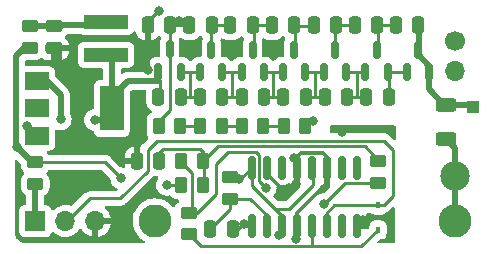
<source format=gtl>
G04 #@! TF.GenerationSoftware,KiCad,Pcbnew,(5.99.0-10559-g8513ca974c)*
G04 #@! TF.CreationDate,2021-05-16T19:19:16+12:00*
G04 #@! TF.ProjectId,SafePulse,53616665-5075-46c7-9365-2e6b69636164,V1.2.2*
G04 #@! TF.SameCoordinates,Original*
G04 #@! TF.FileFunction,Copper,L1,Top*
G04 #@! TF.FilePolarity,Positive*
%FSLAX46Y46*%
G04 Gerber Fmt 4.6, Leading zero omitted, Abs format (unit mm)*
G04 Created by KiCad (PCBNEW (5.99.0-10559-g8513ca974c)) date 2021-05-16 19:19:16*
%MOMM*%
%LPD*%
G01*
G04 APERTURE LIST*
G04 Aperture macros list*
%AMRoundRect*
0 Rectangle with rounded corners*
0 $1 Rounding radius*
0 $2 $3 $4 $5 $6 $7 $8 $9 X,Y pos of 4 corners*
0 Add a 4 corners polygon primitive as box body*
4,1,4,$2,$3,$4,$5,$6,$7,$8,$9,$2,$3,0*
0 Add four circle primitives for the rounded corners*
1,1,$1+$1,$2,$3*
1,1,$1+$1,$4,$5*
1,1,$1+$1,$6,$7*
1,1,$1+$1,$8,$9*
0 Add four rect primitives between the rounded corners*
20,1,$1+$1,$2,$3,$4,$5,0*
20,1,$1+$1,$4,$5,$6,$7,0*
20,1,$1+$1,$6,$7,$8,$9,0*
20,1,$1+$1,$8,$9,$2,$3,0*%
G04 Aperture macros list end*
G04 #@! TA.AperFunction,SMDPad,CuDef*
%ADD10RoundRect,0.250000X-0.250000X-0.475000X0.250000X-0.475000X0.250000X0.475000X-0.250000X0.475000X0*%
G04 #@! TD*
G04 #@! TA.AperFunction,SMDPad,CuDef*
%ADD11RoundRect,0.250000X0.450000X-0.262500X0.450000X0.262500X-0.450000X0.262500X-0.450000X-0.262500X0*%
G04 #@! TD*
G04 #@! TA.AperFunction,ComponentPad*
%ADD12C,1.700000*%
G04 #@! TD*
G04 #@! TA.AperFunction,ComponentPad*
%ADD13O,1.700000X1.700000*%
G04 #@! TD*
G04 #@! TA.AperFunction,ComponentPad*
%ADD14C,2.500000*%
G04 #@! TD*
G04 #@! TA.AperFunction,ComponentPad*
%ADD15C,2.800000*%
G04 #@! TD*
G04 #@! TA.AperFunction,SMDPad,CuDef*
%ADD16RoundRect,0.150000X0.150000X-0.587500X0.150000X0.587500X-0.150000X0.587500X-0.150000X-0.587500X0*%
G04 #@! TD*
G04 #@! TA.AperFunction,SMDPad,CuDef*
%ADD17RoundRect,0.250000X-0.450000X0.262500X-0.450000X-0.262500X0.450000X-0.262500X0.450000X0.262500X0*%
G04 #@! TD*
G04 #@! TA.AperFunction,SMDPad,CuDef*
%ADD18RoundRect,0.250000X0.262500X0.450000X-0.262500X0.450000X-0.262500X-0.450000X0.262500X-0.450000X0*%
G04 #@! TD*
G04 #@! TA.AperFunction,SMDPad,CuDef*
%ADD19RoundRect,0.250000X-0.475000X0.250000X-0.475000X-0.250000X0.475000X-0.250000X0.475000X0.250000X0*%
G04 #@! TD*
G04 #@! TA.AperFunction,ComponentPad*
%ADD20R,1.700000X1.700000*%
G04 #@! TD*
G04 #@! TA.AperFunction,SMDPad,CuDef*
%ADD21RoundRect,0.250000X-0.625000X0.312500X-0.625000X-0.312500X0.625000X-0.312500X0.625000X0.312500X0*%
G04 #@! TD*
G04 #@! TA.AperFunction,SMDPad,CuDef*
%ADD22R,3.700000X1.200000*%
G04 #@! TD*
G04 #@! TA.AperFunction,SMDPad,CuDef*
%ADD23RoundRect,0.250000X-0.262500X-0.450000X0.262500X-0.450000X0.262500X0.450000X-0.262500X0.450000X0*%
G04 #@! TD*
G04 #@! TA.AperFunction,SMDPad,CuDef*
%ADD24RoundRect,0.150000X0.150000X-0.825000X0.150000X0.825000X-0.150000X0.825000X-0.150000X-0.825000X0*%
G04 #@! TD*
G04 #@! TA.AperFunction,SMDPad,CuDef*
%ADD25R,2.000000X1.500000*%
G04 #@! TD*
G04 #@! TA.AperFunction,SMDPad,CuDef*
%ADD26R,2.000000X3.800000*%
G04 #@! TD*
G04 #@! TA.AperFunction,SMDPad,CuDef*
%ADD27R,0.450000X0.600000*%
G04 #@! TD*
G04 #@! TA.AperFunction,SMDPad,CuDef*
%ADD28R,1.000000X1.000000*%
G04 #@! TD*
G04 #@! TA.AperFunction,SMDPad,CuDef*
%ADD29RoundRect,0.250000X0.250000X0.475000X-0.250000X0.475000X-0.250000X-0.475000X0.250000X-0.475000X0*%
G04 #@! TD*
G04 #@! TA.AperFunction,ViaPad*
%ADD30C,0.800000*%
G04 #@! TD*
G04 #@! TA.AperFunction,Conductor*
%ADD31C,0.250000*%
G04 #@! TD*
G04 #@! TA.AperFunction,Conductor*
%ADD32C,0.330200*%
G04 #@! TD*
G04 #@! TA.AperFunction,Conductor*
%ADD33C,0.500000*%
G04 #@! TD*
G04 APERTURE END LIST*
D10*
X145968666Y-65050000D03*
X147868666Y-65050000D03*
D11*
X128500000Y-72413500D03*
X128500000Y-70588500D03*
D12*
X164060000Y-60325000D03*
D13*
X164060000Y-62865000D03*
D10*
X142448333Y-65050000D03*
X144348333Y-65050000D03*
D14*
X164060000Y-71755000D03*
D15*
X164060000Y-75565000D03*
D16*
X156450000Y-62937500D03*
X158350000Y-62937500D03*
X157400000Y-61062500D03*
X142450000Y-62937500D03*
X144350000Y-62937500D03*
X143400000Y-61062500D03*
D10*
X148530000Y-59000000D03*
X150430000Y-59000000D03*
X149488999Y-65050000D03*
X151388999Y-65050000D03*
D17*
X157520000Y-70520000D03*
X157520000Y-72345000D03*
D10*
X145020000Y-59010000D03*
X146920000Y-59010000D03*
D16*
X138928000Y-62913500D03*
X140828000Y-62913500D03*
X139878000Y-61038500D03*
D18*
X147824498Y-67520000D03*
X145999498Y-67520000D03*
D11*
X128020000Y-60912500D03*
X128020000Y-59087500D03*
D18*
X151351499Y-67520000D03*
X149526499Y-67520000D03*
D17*
X145020000Y-71857500D03*
X145020000Y-73682500D03*
D10*
X153009332Y-65050000D03*
X154909332Y-65050000D03*
D16*
X149450000Y-62937500D03*
X151350000Y-62937500D03*
X150400000Y-61062500D03*
D15*
X138660000Y-75565000D03*
D16*
X152950000Y-62937500D03*
X154850000Y-62937500D03*
X153900000Y-61062500D03*
D10*
X138030000Y-58990000D03*
X139930000Y-58990000D03*
D19*
X130100000Y-59050000D03*
X130100000Y-60950000D03*
D20*
X128500000Y-75565000D03*
D13*
X131040000Y-75565000D03*
X133580000Y-75565000D03*
D21*
X163298000Y-65720500D03*
X163298000Y-68645500D03*
D10*
X156529665Y-65050000D03*
X158429665Y-65050000D03*
D18*
X142682500Y-72520000D03*
X140857500Y-72520000D03*
D10*
X138928000Y-65050000D03*
X140828000Y-65050000D03*
X152060000Y-59010000D03*
X153960000Y-59010000D03*
D22*
X134500000Y-58700000D03*
X134500000Y-61500000D03*
D11*
X141520000Y-76682500D03*
X141520000Y-74857500D03*
D23*
X138945500Y-67520000D03*
X140770500Y-67520000D03*
D10*
X159020000Y-59000000D03*
X160920000Y-59000000D03*
D18*
X144297499Y-67520000D03*
X142472499Y-67520000D03*
X142682500Y-70520000D03*
X140857500Y-70520000D03*
D10*
X155540000Y-59000000D03*
X157440000Y-59000000D03*
D24*
X146825000Y-75995000D03*
X148095000Y-75995000D03*
X149365000Y-75995000D03*
X150635000Y-75995000D03*
X151905000Y-75995000D03*
X153175000Y-75995000D03*
X154445000Y-75995000D03*
X155715000Y-75995000D03*
X155715000Y-71045000D03*
X154445000Y-71045000D03*
X153175000Y-71045000D03*
X151905000Y-71045000D03*
X150635000Y-71045000D03*
X149365000Y-71045000D03*
X148095000Y-71045000D03*
X146825000Y-71045000D03*
D25*
X128676000Y-63740000D03*
X128676000Y-68340000D03*
D26*
X134976000Y-66040000D03*
D25*
X128676000Y-66040000D03*
D16*
X159950000Y-62937500D03*
X161850000Y-62937500D03*
X160900000Y-61062500D03*
D27*
X157520000Y-76320000D03*
X157520000Y-74220000D03*
D28*
X165584000Y-65913000D03*
D29*
X139020000Y-70520000D03*
X137120000Y-70520000D03*
D10*
X141530000Y-58990000D03*
X143430000Y-58990000D03*
D16*
X145968666Y-62937500D03*
X147868666Y-62937500D03*
X146918666Y-61062500D03*
D10*
X143320000Y-76270000D03*
X145220000Y-76270000D03*
D30*
X149170000Y-76743500D03*
X145770000Y-72020000D03*
X145200000Y-61113817D03*
X154500000Y-68000000D03*
X146153000Y-75819000D03*
X150400000Y-70231000D03*
X150600000Y-77072500D03*
X132770000Y-72770000D03*
X141700000Y-61065000D03*
X148861441Y-61049870D03*
X138020000Y-62770000D03*
X156270000Y-75520000D03*
X150600000Y-72465000D03*
X135770000Y-70520000D03*
X130270000Y-62270000D03*
X139020000Y-57770000D03*
X133520000Y-67020000D03*
X139634500Y-72517000D03*
X135764700Y-71941100D03*
X126920900Y-69342400D03*
X148020000Y-72770000D03*
X130664198Y-66968888D03*
X152919800Y-74131600D03*
X127770000Y-67520000D03*
X140700000Y-58665000D03*
X152000000Y-67065000D03*
D31*
X143320000Y-76270000D02*
X145020000Y-74570000D01*
X148095000Y-75095000D02*
X146682500Y-73682500D01*
X148095000Y-76695000D02*
X148095000Y-75995000D01*
X145020000Y-74570000D02*
X145020000Y-73682500D01*
X148095000Y-75995000D02*
X148095000Y-75095000D01*
X146682500Y-73682500D02*
X145020000Y-73682500D01*
D32*
X150600000Y-72465000D02*
X150045000Y-73020000D01*
X153175000Y-71045000D02*
X153175000Y-72365000D01*
X150635000Y-74905000D02*
X150635000Y-75995000D01*
D33*
X130500000Y-62040000D02*
X130270000Y-62270000D01*
X130500000Y-60950000D02*
X130500000Y-62040000D01*
D32*
X155795000Y-75995000D02*
X155715000Y-75995000D01*
X146825000Y-76467000D02*
X146825000Y-75995000D01*
X146495000Y-75995000D02*
X146825000Y-75995000D01*
X148095000Y-71595000D02*
X148095000Y-71045000D01*
X156270000Y-75520000D02*
X155795000Y-75995000D01*
X135770000Y-70520000D02*
X137120000Y-70520000D01*
X138020000Y-59030000D02*
X138050000Y-59000000D01*
X151000000Y-69770000D02*
X152830000Y-69770000D01*
X149520000Y-73020000D02*
X148095000Y-71595000D01*
X145770000Y-76270000D02*
X146270000Y-75770000D01*
X146270000Y-75770000D02*
X146495000Y-75995000D01*
X150520000Y-75880000D02*
X150635000Y-75995000D01*
X138050000Y-59000000D02*
X138050000Y-58650000D01*
X152830000Y-69770000D02*
X153175000Y-70115000D01*
X138050000Y-58740000D02*
X139020000Y-57770000D01*
X138020000Y-62770000D02*
X138020000Y-59030000D01*
X138050000Y-59000000D02*
X138050000Y-58740000D01*
X150635000Y-70135000D02*
X151000000Y-69770000D01*
X145220000Y-76270000D02*
X145770000Y-76270000D01*
X153175000Y-70115000D02*
X153175000Y-71045000D01*
X150045000Y-73020000D02*
X149520000Y-73020000D01*
X153175000Y-72365000D02*
X150635000Y-74905000D01*
X150635000Y-71045000D02*
X150635000Y-70135000D01*
D33*
X133800000Y-59000000D02*
X133900000Y-58900000D01*
X130500000Y-59250000D02*
X130750000Y-59000000D01*
D31*
X130462000Y-59087500D02*
X130500000Y-59050000D01*
D33*
X130500000Y-59050000D02*
X130500000Y-59250000D01*
X130750000Y-59000000D02*
X133800000Y-59000000D01*
X128000000Y-59087500D02*
X130462000Y-59087500D01*
D31*
X134050000Y-59050000D02*
X134500000Y-58600000D01*
D33*
X134976000Y-64064000D02*
X134976000Y-61876000D01*
D31*
X134568000Y-61468000D02*
X134500000Y-61400000D01*
X139050000Y-64030000D02*
X139050000Y-65000000D01*
X139088000Y-63656000D02*
X139088000Y-63992000D01*
D33*
X134976000Y-66040000D02*
X134976000Y-64064000D01*
D31*
X134500000Y-61400000D02*
X134609000Y-61400000D01*
X138873000Y-63726000D02*
X138943000Y-63656000D01*
D33*
X136314000Y-63726000D02*
X134976000Y-65064000D01*
D31*
X133400000Y-61400000D02*
X134500000Y-61400000D01*
X134976000Y-64064000D02*
X134976000Y-66040000D01*
D33*
X138873000Y-63726000D02*
X136314000Y-63726000D01*
D31*
X139088000Y-63992000D02*
X139050000Y-64030000D01*
D33*
X133520000Y-67020000D02*
X133996000Y-67020000D01*
D31*
X139004000Y-63595400D02*
X139004000Y-62913500D01*
X138943000Y-63656000D02*
X139088000Y-63656000D01*
X139088000Y-63992000D02*
X139088000Y-64328000D01*
X138943000Y-63656000D02*
X139004000Y-63595400D01*
X134568000Y-61468000D02*
X134500000Y-61400000D01*
X134976000Y-61876000D02*
X134568000Y-61468000D01*
D33*
X134976000Y-65064000D02*
X134976000Y-66040000D01*
D31*
X141629500Y-65027500D02*
X141607000Y-65050000D01*
X142448333Y-65050000D02*
X141607000Y-65050000D01*
X141629500Y-62913500D02*
X142424333Y-62913500D01*
X141607000Y-65050000D02*
X140828000Y-65050000D01*
X142628000Y-62859000D02*
X142550000Y-62937500D01*
X141629500Y-62913500D02*
X141629500Y-65027500D01*
X140828000Y-62913500D02*
X141629500Y-62913500D01*
X142526000Y-62913500D02*
X142550000Y-62937500D01*
X142424333Y-62913500D02*
X142448333Y-62937500D01*
D33*
X126900000Y-61556000D02*
X127523500Y-60932500D01*
D31*
X134412100Y-70588500D02*
X128500000Y-70588500D01*
D33*
X127523500Y-60932500D02*
X128020000Y-60932500D01*
D31*
X128000000Y-60912500D02*
X127391000Y-60912500D01*
X139634500Y-72517000D02*
X139637500Y-72520000D01*
X139637500Y-72520000D02*
X140945500Y-72520000D01*
D33*
X126756000Y-69342400D02*
X126900000Y-69198400D01*
D31*
X128499000Y-70587500D02*
X128500000Y-70588500D01*
D33*
X128412000Y-70500000D02*
X128100000Y-70500000D01*
D31*
X128151000Y-70587500D02*
X128499000Y-70587500D01*
X128500000Y-70587500D02*
X128412000Y-70500000D01*
X126920900Y-69342400D02*
X126756000Y-69342400D01*
X135764700Y-71941100D02*
X134412100Y-70588500D01*
D33*
X128100000Y-70500000D02*
X126942400Y-69342400D01*
X126942400Y-69342400D02*
X126920900Y-69342400D01*
D31*
X128499000Y-70587500D02*
X128500000Y-70587500D01*
X127391000Y-60912500D02*
X128000000Y-60912500D01*
D33*
X126900000Y-69198400D02*
X126900000Y-61556000D01*
D31*
X141770000Y-71520000D02*
X141770000Y-74607500D01*
X143770000Y-70730000D02*
X144800000Y-69700000D01*
X142182500Y-74857500D02*
X143770000Y-73270000D01*
X141770000Y-74607500D02*
X141520000Y-74857500D01*
X147450000Y-72200000D02*
X148020000Y-72770000D01*
X143770000Y-73270000D02*
X143770000Y-70730000D01*
X147200000Y-69700000D02*
X147450000Y-69950000D01*
X140857500Y-70520000D02*
X140857500Y-70607500D01*
X144800000Y-69700000D02*
X147200000Y-69700000D01*
X147450000Y-69950000D02*
X147450000Y-72200000D01*
X140857500Y-70607500D02*
X141770000Y-71520000D01*
X128777000Y-63740000D02*
X128676000Y-63740000D01*
X129490000Y-63740000D02*
X128777000Y-63740000D01*
D33*
X130664198Y-64914198D02*
X130664198Y-66968888D01*
D31*
X128777000Y-63740000D02*
X128676000Y-63740000D01*
D33*
X129490000Y-63740000D02*
X130664198Y-64914198D01*
D31*
X151905000Y-77155000D02*
X151905000Y-75995000D01*
X151974000Y-77724000D02*
X142561500Y-77724000D01*
X156116000Y-77724000D02*
X155974000Y-77724000D01*
X142561500Y-77724000D02*
X141520000Y-76682500D01*
X151905000Y-77655000D02*
X151974000Y-77724000D01*
X155974000Y-77724000D02*
X151974000Y-77724000D01*
X151905000Y-75995000D02*
X151905000Y-77655000D01*
X157520000Y-76320000D02*
X156116000Y-77724000D01*
D33*
X164060000Y-69407500D02*
X164060000Y-71755000D01*
X163298000Y-68645500D02*
X164060000Y-69407500D01*
X164060000Y-71755000D02*
X164060000Y-75565000D01*
D31*
X144520000Y-67520000D02*
X144520500Y-67520000D01*
X144520500Y-67520000D02*
X146357500Y-67520000D01*
X146357500Y-67520000D02*
X146358000Y-67520000D01*
X142770000Y-70432500D02*
X142682500Y-70520000D01*
X142682000Y-70520000D02*
X142682300Y-70520200D01*
X139020000Y-70520000D02*
X139020000Y-69770000D01*
X157520000Y-70520000D02*
X157520000Y-70370000D01*
X142770000Y-69770000D02*
X142770000Y-70432500D01*
X142450000Y-69450000D02*
X142770000Y-69770000D01*
X142770000Y-70607500D02*
X142770000Y-71476000D01*
X157520000Y-70370000D02*
X156400000Y-69250000D01*
X143952000Y-69250000D02*
X142682000Y-70520000D01*
X139020000Y-69770000D02*
X139340000Y-69450000D01*
X142770000Y-71563700D02*
X142770000Y-72520000D01*
X139340000Y-69450000D02*
X142450000Y-69450000D01*
X142682300Y-70520200D02*
X142770000Y-70607500D01*
X142682500Y-70520000D02*
X142682300Y-70520200D01*
X156400000Y-69250000D02*
X143952000Y-69250000D01*
X158020000Y-68770000D02*
X138780300Y-68770000D01*
X157997300Y-74220000D02*
X158770000Y-73447300D01*
X153820000Y-74220000D02*
X153175000Y-74865000D01*
X138020000Y-69530300D02*
X138020000Y-71308350D01*
X131225000Y-75565000D02*
X131040000Y-75565000D01*
X135674550Y-73653800D02*
X133136200Y-73653800D01*
X133136200Y-73653800D02*
X131225000Y-75565000D01*
X138020000Y-71308350D02*
X135674550Y-73653800D01*
X138780300Y-68770000D02*
X138020000Y-69530300D01*
X157520000Y-74220000D02*
X157997300Y-74220000D01*
X157520000Y-74220000D02*
X153820000Y-74220000D01*
X158770000Y-73447300D02*
X158770000Y-69520000D01*
X153175000Y-74865000D02*
X153175000Y-75995000D01*
X158770000Y-69520000D02*
X158020000Y-68770000D01*
D33*
X128500000Y-72412500D02*
X128500000Y-72413500D01*
X128500000Y-72413500D02*
X128500000Y-75250000D01*
D31*
X128500000Y-75250000D02*
X128500000Y-75565000D01*
X142695000Y-67520000D02*
X142695500Y-67520000D01*
X140770000Y-67520000D02*
X140770500Y-67520000D01*
X140770500Y-67520000D02*
X142695000Y-67520000D01*
X147645000Y-73395000D02*
X149365000Y-75115000D01*
X145020000Y-71857500D02*
X146012500Y-71857500D01*
X152020000Y-72520000D02*
X152020000Y-71160000D01*
X149270000Y-75900000D02*
X149365000Y-75995000D01*
X147645000Y-73395000D02*
X148770000Y-74520000D01*
X145020000Y-71857500D02*
X145607500Y-71857500D01*
X150020000Y-74520000D02*
X152020000Y-72520000D01*
X146012500Y-71857500D02*
X146825000Y-71045000D01*
X146825000Y-71045000D02*
X146825000Y-72575000D01*
X152020000Y-71160000D02*
X151905000Y-71045000D01*
X145607500Y-71857500D02*
X145770000Y-72020000D01*
X146825000Y-72575000D02*
X147645000Y-73395000D01*
X149365000Y-75115000D02*
X149365000Y-75995000D01*
X149170000Y-76190000D02*
X149365000Y-75995000D01*
X149365000Y-76175000D02*
X149365000Y-75995000D01*
X149170000Y-76743500D02*
X149170000Y-76190000D01*
X148770000Y-74520000D02*
X150020000Y-74520000D01*
X154706400Y-72345000D02*
X157520000Y-72345000D01*
X152919800Y-74131600D02*
X154706400Y-72345000D01*
X148182000Y-67520000D02*
X148182500Y-67520000D01*
X147824498Y-67520000D02*
X149526499Y-67520000D01*
X129046000Y-68340000D02*
X129090000Y-68340000D01*
X129046000Y-68340000D02*
X129090000Y-68340000D01*
D33*
X128856000Y-68520000D02*
X128676000Y-68340000D01*
D31*
X129090000Y-68340000D02*
X129427000Y-68340000D01*
X128676000Y-68340000D02*
X129046000Y-68340000D01*
X128676000Y-68340000D02*
X129046000Y-68340000D01*
X128676000Y-68340000D02*
X129046000Y-68340000D01*
X141569000Y-59000000D02*
X141588000Y-59000000D01*
X141540000Y-59000000D02*
X141550000Y-59000000D01*
X141550000Y-59000000D02*
X141569000Y-59000000D01*
X138945500Y-67520000D02*
X138945500Y-67119500D01*
X139878000Y-61038500D02*
X139878000Y-59042000D01*
X140020000Y-61104500D02*
X139954000Y-61038500D01*
X138945000Y-67307500D02*
X138945000Y-67095000D01*
X138945000Y-67307500D02*
X138945500Y-67308000D01*
X138945000Y-67520000D02*
X138945000Y-67307500D01*
X139912000Y-59000000D02*
X139950000Y-59000000D01*
X138945500Y-67308000D02*
X138945500Y-67520000D01*
X139878000Y-59042000D02*
X139930000Y-58990000D01*
X139950000Y-59000000D02*
X141550000Y-59000000D01*
X139954000Y-60579600D02*
X139912000Y-60537600D01*
X141588000Y-59000000D02*
X141863000Y-59000000D01*
X139878000Y-66187000D02*
X139878000Y-61038500D01*
X141750000Y-59200000D02*
X141550000Y-59000000D01*
X138945500Y-67119500D02*
X139878000Y-66187000D01*
X139954000Y-61038500D02*
X139954000Y-60579600D01*
X143450000Y-59000000D02*
X145050000Y-59000000D01*
X143412000Y-60975000D02*
X143412000Y-59000000D01*
X145050000Y-59000000D02*
X145088000Y-59000000D01*
X143500000Y-61062500D02*
X143412000Y-60975000D01*
X143412000Y-59000000D02*
X143450000Y-59000000D01*
X145191500Y-62937500D02*
X144348333Y-62937500D01*
X144348333Y-65050000D02*
X145163000Y-65050000D01*
X146050000Y-65000000D02*
X146088000Y-65000000D01*
X145968666Y-62937500D02*
X145191500Y-62937500D01*
X144500000Y-65000000D02*
X144538000Y-65000000D01*
X145191500Y-62937500D02*
X145191500Y-65021500D01*
X145191500Y-65021500D02*
X145163000Y-65050000D01*
X145163000Y-65050000D02*
X145968666Y-65050000D01*
X147000000Y-61062500D02*
X147000000Y-59087500D01*
X147088000Y-59000000D02*
X147000000Y-59087500D01*
X147000000Y-59087500D02*
X146931100Y-59019100D01*
X146931100Y-59019100D02*
X146912000Y-59000200D01*
X148588000Y-59000000D02*
X148550000Y-59000000D01*
X146950000Y-59000000D02*
X146931100Y-59018900D01*
X148550000Y-59000000D02*
X147088000Y-59000000D01*
X146931100Y-59018900D02*
X146931100Y-59019100D01*
X148638500Y-62937500D02*
X148638500Y-64969500D01*
X147868666Y-65050000D02*
X148719000Y-65050000D01*
X148719000Y-65050000D02*
X149488999Y-65050000D01*
X147868666Y-62937500D02*
X148638500Y-62937500D01*
X148638500Y-64969500D02*
X148719000Y-65050000D01*
X148638500Y-62937500D02*
X149488999Y-62937500D01*
X150450000Y-59000000D02*
X150500000Y-59050000D01*
X152000000Y-59087500D02*
X152068900Y-59019100D01*
X152068900Y-59019100D02*
X152088000Y-59000200D01*
X152050000Y-59000000D02*
X152068900Y-59018900D01*
X150500000Y-61062500D02*
X150500000Y-59087500D01*
X150500000Y-59087500D02*
X152000000Y-59087500D01*
X152068900Y-59018900D02*
X152068900Y-59019100D01*
X150500000Y-59050000D02*
X150500000Y-59087500D01*
X152176500Y-62937500D02*
X152176500Y-65021500D01*
X151388999Y-65050000D02*
X152148000Y-65050000D01*
X151388999Y-62937500D02*
X152176500Y-62937500D01*
X152176500Y-62937500D02*
X153009332Y-62937500D01*
X152148000Y-65050000D02*
X153009332Y-65050000D01*
X152176500Y-65021500D02*
X152148000Y-65050000D01*
X155638000Y-59000000D02*
X155676000Y-59000000D01*
X154000000Y-61062500D02*
X153912000Y-60975000D01*
X153912000Y-60975000D02*
X153912000Y-59000000D01*
X153912000Y-59000000D02*
X153950000Y-59000000D01*
X153950000Y-59000000D02*
X155638000Y-59000000D01*
X154909332Y-65050000D02*
X155779000Y-65050000D01*
X155750500Y-65021500D02*
X155779000Y-65050000D01*
X155750500Y-62937500D02*
X155750500Y-65021500D01*
X154909332Y-62937500D02*
X155750500Y-62937500D01*
X155779000Y-65050000D02*
X156529665Y-65050000D01*
X155750500Y-62937500D02*
X156529665Y-62937500D01*
X157538000Y-59000000D02*
X157500000Y-59000000D01*
X157500000Y-59000000D02*
X157500000Y-61062500D01*
X159088000Y-59000000D02*
X159050000Y-59000000D01*
X159050000Y-59000000D02*
X157538000Y-59000000D01*
X160050000Y-62937500D02*
X158450000Y-62937500D01*
X158538000Y-65000000D02*
X158500000Y-65000000D01*
X158450000Y-64949500D02*
X158450000Y-62937500D01*
X158500000Y-65000000D02*
X158450000Y-64949500D01*
D33*
X161850000Y-62415000D02*
X161850000Y-62937500D01*
D31*
X165391500Y-65720500D02*
X165584000Y-65913000D01*
D33*
X163298000Y-65720500D02*
X165391500Y-65720500D01*
X160900000Y-61062500D02*
X160950000Y-61012500D01*
X160900000Y-61062500D02*
X160900000Y-61465000D01*
D31*
X161000000Y-59087500D02*
X160912000Y-59000200D01*
D33*
X160900000Y-61465000D02*
X161850000Y-62415000D01*
X163298000Y-65913000D02*
X161800000Y-64415000D01*
X160950000Y-61012500D02*
X160950000Y-59000000D01*
D31*
X162000000Y-62887500D02*
X161950000Y-62937500D01*
X160950000Y-61012500D02*
X161000000Y-61062500D01*
D33*
X161800000Y-64415000D02*
X161800000Y-63087500D01*
D31*
X152000000Y-67115000D02*
X151932500Y-67182500D01*
X152000000Y-67065000D02*
X152000000Y-67115000D01*
G04 #@! TA.AperFunction,Conductor*
G36*
X126954512Y-70427647D02*
G01*
X126961095Y-70433776D01*
X127254595Y-70727276D01*
X127288621Y-70789588D01*
X127291500Y-70816371D01*
X127291500Y-70893886D01*
X127306978Y-71026643D01*
X127309474Y-71033521D01*
X127309475Y-71033523D01*
X127316827Y-71053778D01*
X127367313Y-71192864D01*
X127464269Y-71340747D01*
X127469581Y-71345779D01*
X127535480Y-71408206D01*
X127571178Y-71469576D01*
X127568030Y-71540502D01*
X127540300Y-71586332D01*
X127438642Y-71693645D01*
X127349825Y-71846555D01*
X127298567Y-72015796D01*
X127297992Y-72022236D01*
X127297992Y-72022237D01*
X127296853Y-72035006D01*
X127291500Y-72094978D01*
X127291500Y-72718886D01*
X127306978Y-72851643D01*
X127309474Y-72858521D01*
X127309475Y-72858523D01*
X127346924Y-72961694D01*
X127367313Y-73017864D01*
X127412522Y-73086819D01*
X127453719Y-73149655D01*
X127464269Y-73165747D01*
X127592645Y-73287358D01*
X127627623Y-73307675D01*
X127678786Y-73337393D01*
X127727644Y-73388904D01*
X127741500Y-73446347D01*
X127741500Y-74077646D01*
X127721498Y-74145767D01*
X127667842Y-74192260D01*
X127624489Y-74203325D01*
X127576921Y-74206727D01*
X127524780Y-74222037D01*
X127445330Y-74245365D01*
X127445328Y-74245366D01*
X127436684Y-74247904D01*
X127416350Y-74260972D01*
X127321309Y-74322051D01*
X127321306Y-74322053D01*
X127313729Y-74326923D01*
X127307828Y-74333733D01*
X127223918Y-74430569D01*
X127223916Y-74430572D01*
X127218016Y-74437381D01*
X127214272Y-74445579D01*
X127175599Y-74530262D01*
X127157300Y-74570330D01*
X127156018Y-74579245D01*
X127156018Y-74579246D01*
X127137139Y-74710552D01*
X127137138Y-74710559D01*
X127136500Y-74715000D01*
X127136500Y-76415000D01*
X127141727Y-76488079D01*
X127145191Y-76499875D01*
X127175521Y-76603170D01*
X127182904Y-76628316D01*
X127187775Y-76635895D01*
X127257051Y-76743691D01*
X127257053Y-76743694D01*
X127261923Y-76751271D01*
X127268733Y-76757172D01*
X127365569Y-76841082D01*
X127365572Y-76841084D01*
X127372381Y-76846984D01*
X127380579Y-76850728D01*
X127492998Y-76902068D01*
X127505330Y-76907700D01*
X127514245Y-76908982D01*
X127514246Y-76908982D01*
X127645552Y-76927861D01*
X127645559Y-76927862D01*
X127650000Y-76928500D01*
X129350000Y-76928500D01*
X129423079Y-76923273D01*
X129515636Y-76896096D01*
X129554670Y-76884635D01*
X129554672Y-76884634D01*
X129563316Y-76882096D01*
X129630446Y-76838954D01*
X129678691Y-76807949D01*
X129678694Y-76807947D01*
X129686271Y-76803077D01*
X129712451Y-76772864D01*
X129776082Y-76699431D01*
X129776084Y-76699428D01*
X129781984Y-76692619D01*
X129842700Y-76559670D01*
X129843320Y-76555360D01*
X129880432Y-76497610D01*
X129945012Y-76468117D01*
X130015286Y-76478220D01*
X130047335Y-76499270D01*
X130215629Y-76651069D01*
X130410406Y-76774439D01*
X130623184Y-76863228D01*
X130628387Y-76864425D01*
X130628392Y-76864426D01*
X130842678Y-76913701D01*
X130842683Y-76913702D01*
X130847881Y-76914897D01*
X130853209Y-76915200D01*
X130853212Y-76915200D01*
X131003877Y-76923755D01*
X131078071Y-76927968D01*
X131083378Y-76927368D01*
X131083380Y-76927368D01*
X131204272Y-76913701D01*
X131307173Y-76902068D01*
X131312288Y-76900587D01*
X131312292Y-76900586D01*
X131437161Y-76864426D01*
X131528635Y-76837937D01*
X131736125Y-76737409D01*
X131740463Y-76734309D01*
X131740468Y-76734306D01*
X131894197Y-76624448D01*
X131923711Y-76603357D01*
X132086030Y-76439617D01*
X132195486Y-76283587D01*
X132207953Y-76265816D01*
X132263449Y-76221536D01*
X132334075Y-76214289D01*
X132397407Y-76246375D01*
X132421781Y-76277958D01*
X132439550Y-76310617D01*
X132445402Y-76319491D01*
X132581486Y-76492113D01*
X132588750Y-76499875D01*
X132751967Y-76647094D01*
X132760444Y-76653528D01*
X132946122Y-76771136D01*
X132955567Y-76776053D01*
X133158406Y-76860694D01*
X133168545Y-76863950D01*
X133308345Y-76896096D01*
X133322422Y-76895257D01*
X133326000Y-76885999D01*
X133326000Y-75832548D01*
X133834000Y-75832548D01*
X133834000Y-76884941D01*
X133838151Y-76899079D01*
X133848798Y-76900774D01*
X133852192Y-76900096D01*
X134063333Y-76838954D01*
X134073259Y-76835143D01*
X134271065Y-76739307D01*
X134280212Y-76733876D01*
X134459041Y-76606083D01*
X134467149Y-76599182D01*
X134621893Y-76443082D01*
X134628706Y-76434933D01*
X134754940Y-76254988D01*
X134760295Y-76245787D01*
X134854399Y-76047156D01*
X134858123Y-76037197D01*
X134915968Y-75830718D01*
X134914430Y-75822351D01*
X134902137Y-75819000D01*
X133852115Y-75819000D01*
X133836876Y-75823475D01*
X133835671Y-75824865D01*
X133834000Y-75832548D01*
X133326000Y-75832548D01*
X133326000Y-75437000D01*
X133346002Y-75368879D01*
X133399658Y-75322386D01*
X133452000Y-75311000D01*
X134899079Y-75311000D01*
X134912610Y-75307027D01*
X134913876Y-75298218D01*
X134866954Y-75117433D01*
X134863419Y-75107395D01*
X134773147Y-74906998D01*
X134767967Y-74897692D01*
X134645218Y-74715366D01*
X134638557Y-74707080D01*
X134486830Y-74548030D01*
X134478873Y-74540990D01*
X134443120Y-74514389D01*
X134400407Y-74457679D01*
X134395134Y-74386878D01*
X134428977Y-74324466D01*
X134491189Y-74290259D01*
X134518333Y-74287300D01*
X135596166Y-74287300D01*
X135607070Y-74287814D01*
X135614461Y-74289466D01*
X135622387Y-74289217D01*
X135622388Y-74289217D01*
X135681416Y-74287362D01*
X135685373Y-74287300D01*
X135714128Y-74287300D01*
X135718395Y-74286761D01*
X135730237Y-74285828D01*
X135761885Y-74284833D01*
X135766510Y-74284688D01*
X135774433Y-74284439D01*
X135793884Y-74278788D01*
X135813245Y-74274778D01*
X135815970Y-74274434D01*
X135825480Y-74273233D01*
X135825483Y-74273232D01*
X135833338Y-74272240D01*
X135840703Y-74269324D01*
X135840707Y-74269323D01*
X135874451Y-74255963D01*
X135885680Y-74252118D01*
X135928128Y-74239786D01*
X135940269Y-74232606D01*
X135945561Y-74229477D01*
X135963312Y-74220781D01*
X135974776Y-74216242D01*
X135974779Y-74216240D01*
X135982150Y-74213322D01*
X136017918Y-74187335D01*
X136027841Y-74180816D01*
X136038709Y-74174389D01*
X136065891Y-74158314D01*
X136066309Y-74157945D01*
X136080392Y-74143862D01*
X136095417Y-74131028D01*
X136111633Y-74119246D01*
X136139580Y-74085464D01*
X136147569Y-74076685D01*
X138412513Y-71811741D01*
X138420601Y-71804381D01*
X138426995Y-71800323D01*
X138458878Y-71766371D01*
X138520091Y-71730406D01*
X138587251Y-71732034D01*
X138628603Y-71744558D01*
X138628609Y-71744559D01*
X138634796Y-71746433D01*
X138641232Y-71747007D01*
X138641235Y-71747008D01*
X138711185Y-71753251D01*
X138711191Y-71753251D01*
X138713978Y-71753500D01*
X138816457Y-71753500D01*
X138884578Y-71773502D01*
X138931071Y-71827158D01*
X138941175Y-71897432D01*
X138910094Y-71963808D01*
X138895463Y-71980058D01*
X138892162Y-71985776D01*
X138804676Y-72137306D01*
X138799976Y-72145446D01*
X138740962Y-72327073D01*
X138740272Y-72333636D01*
X138740272Y-72333637D01*
X138734915Y-72384606D01*
X138721000Y-72517000D01*
X138721690Y-72523565D01*
X138729562Y-72598458D01*
X138740962Y-72706927D01*
X138743002Y-72713205D01*
X138743002Y-72713206D01*
X138761456Y-72770000D01*
X138799976Y-72888554D01*
X138895463Y-73053942D01*
X138899881Y-73058849D01*
X138899882Y-73058850D01*
X139016488Y-73188354D01*
X139023249Y-73195863D01*
X139028591Y-73199744D01*
X139028593Y-73199746D01*
X139172085Y-73303998D01*
X139177750Y-73308114D01*
X139183778Y-73310798D01*
X139183780Y-73310799D01*
X139346182Y-73383105D01*
X139352213Y-73385790D01*
X139419376Y-73400066D01*
X139532556Y-73424124D01*
X139532561Y-73424124D01*
X139539013Y-73425496D01*
X139729987Y-73425496D01*
X139736440Y-73424124D01*
X139736453Y-73424123D01*
X139871090Y-73395504D01*
X139941880Y-73400905D01*
X139998513Y-73443722D01*
X140002659Y-73449665D01*
X140004783Y-73452904D01*
X140009269Y-73459747D01*
X140137645Y-73581358D01*
X140290555Y-73670175D01*
X140459796Y-73721433D01*
X140466236Y-73722008D01*
X140466237Y-73722008D01*
X140536185Y-73728251D01*
X140536191Y-73728251D01*
X140538978Y-73728500D01*
X140586511Y-73728500D01*
X140654632Y-73748502D01*
X140701125Y-73802158D01*
X140711229Y-73872432D01*
X140681735Y-73937012D01*
X140655596Y-73959872D01*
X140580253Y-74009269D01*
X140458642Y-74137645D01*
X140369825Y-74290555D01*
X140361269Y-74318803D01*
X140361172Y-74319125D01*
X140322283Y-74378523D01*
X140257454Y-74407467D01*
X140187269Y-74396767D01*
X140140419Y-74359044D01*
X140095899Y-74300709D01*
X140095898Y-74300708D01*
X140093127Y-74297077D01*
X140087166Y-74291249D01*
X139994105Y-74200277D01*
X139895083Y-74103476D01*
X139733315Y-73985729D01*
X139674862Y-73943182D01*
X139674857Y-73943179D01*
X139671167Y-73940493D01*
X139426068Y-73811540D01*
X139164921Y-73719319D01*
X138893197Y-73665763D01*
X138888640Y-73665536D01*
X138888639Y-73665536D01*
X138621157Y-73652220D01*
X138621151Y-73652220D01*
X138616588Y-73651993D01*
X138340888Y-73678297D01*
X138336454Y-73679382D01*
X138336448Y-73679383D01*
X138086291Y-73740596D01*
X138071873Y-73744124D01*
X138067647Y-73745836D01*
X138067643Y-73745837D01*
X137819412Y-73846381D01*
X137819407Y-73846384D01*
X137815179Y-73848096D01*
X137811244Y-73850400D01*
X137811238Y-73850403D01*
X137580120Y-73985729D01*
X137576182Y-73988035D01*
X137460071Y-74080891D01*
X137366608Y-74155635D01*
X137359889Y-74161008D01*
X137170832Y-74363393D01*
X137117838Y-74439783D01*
X137015573Y-74587196D01*
X137015570Y-74587201D01*
X137012970Y-74590949D01*
X137010938Y-74595034D01*
X137010936Y-74595037D01*
X136957201Y-74703049D01*
X136889611Y-74838911D01*
X136888190Y-74843245D01*
X136888189Y-74843248D01*
X136810735Y-75079522D01*
X136803339Y-75102082D01*
X136802559Y-75106573D01*
X136802559Y-75106574D01*
X136802140Y-75108989D01*
X136755961Y-75374952D01*
X136755838Y-75379510D01*
X136748824Y-75638733D01*
X136748470Y-75651802D01*
X136749005Y-75656320D01*
X136749005Y-75656326D01*
X136770066Y-75834269D01*
X136781022Y-75926834D01*
X136782206Y-75931236D01*
X136782207Y-75931243D01*
X136786423Y-75946921D01*
X136852936Y-76194286D01*
X136962705Y-76448556D01*
X137108029Y-76684317D01*
X137285865Y-76896629D01*
X137492487Y-77081046D01*
X137563975Y-77128273D01*
X137711707Y-77225870D01*
X137757520Y-77280108D01*
X137766736Y-77350504D01*
X137736431Y-77414707D01*
X137676225Y-77452334D01*
X137642255Y-77457000D01*
X127820607Y-77457000D01*
X127798974Y-77455129D01*
X127790254Y-77453609D01*
X127790250Y-77453609D01*
X127785461Y-77452774D01*
X127780594Y-77452686D01*
X127683865Y-77450937D01*
X127676257Y-77450570D01*
X127658660Y-77449185D01*
X127648836Y-77448022D01*
X127579230Y-77436998D01*
X127519019Y-77427461D01*
X127509321Y-77425532D01*
X127505646Y-77424649D01*
X127496148Y-77421969D01*
X127371155Y-77381356D01*
X127361886Y-77377937D01*
X127361757Y-77377884D01*
X127358426Y-77376504D01*
X127349436Y-77372360D01*
X127232321Y-77312686D01*
X127223681Y-77307847D01*
X127220493Y-77305893D01*
X127212277Y-77300403D01*
X127167166Y-77267628D01*
X127105936Y-77223142D01*
X127098181Y-77217028D01*
X127095309Y-77214575D01*
X127088055Y-77207869D01*
X126995127Y-77114940D01*
X126988412Y-77107676D01*
X126985971Y-77104818D01*
X126979846Y-77097048D01*
X126975581Y-77091177D01*
X126958791Y-77068068D01*
X126902599Y-76990726D01*
X126897105Y-76982504D01*
X126895150Y-76979314D01*
X126890313Y-76970678D01*
X126839505Y-76870962D01*
X126830640Y-76853564D01*
X126826494Y-76844569D01*
X126825060Y-76841106D01*
X126821641Y-76831837D01*
X126781030Y-76706852D01*
X126778350Y-76697353D01*
X126777466Y-76693669D01*
X126775539Y-76683985D01*
X126754977Y-76554156D01*
X126753814Y-76544332D01*
X126752431Y-76526758D01*
X126752064Y-76519152D01*
X126750366Y-76425299D01*
X126750285Y-76420816D01*
X126749345Y-76415000D01*
X126747616Y-76404312D01*
X126746000Y-76384197D01*
X126746000Y-70522871D01*
X126766002Y-70454750D01*
X126819658Y-70408257D01*
X126889932Y-70398153D01*
X126954512Y-70427647D01*
G37*
G04 #@! TD.AperFunction*
G04 #@! TA.AperFunction,Conductor*
G36*
X158860032Y-74357338D02*
G01*
X158916868Y-74399885D01*
X158941679Y-74466405D01*
X158942000Y-74475394D01*
X158942000Y-77331000D01*
X158921998Y-77399121D01*
X158868342Y-77445614D01*
X158816000Y-77457000D01*
X157583094Y-77457000D01*
X157514973Y-77436998D01*
X157468480Y-77383342D01*
X157458376Y-77313068D01*
X157487870Y-77248488D01*
X157493999Y-77241905D01*
X157565499Y-77170405D01*
X157627811Y-77136379D01*
X157654594Y-77133500D01*
X157745000Y-77133500D01*
X157818079Y-77128273D01*
X157897960Y-77104818D01*
X157949670Y-77089635D01*
X157949672Y-77089634D01*
X157958316Y-77087096D01*
X158016902Y-77049445D01*
X158073691Y-77012949D01*
X158073694Y-77012947D01*
X158081271Y-77008077D01*
X158104575Y-76981183D01*
X158171082Y-76904431D01*
X158171084Y-76904428D01*
X158176984Y-76897619D01*
X158197102Y-76853566D01*
X158233958Y-76772864D01*
X158233958Y-76772863D01*
X158237700Y-76764670D01*
X158238982Y-76755754D01*
X158257861Y-76624448D01*
X158257862Y-76624441D01*
X158258500Y-76620000D01*
X158258500Y-76020000D01*
X158253273Y-75946921D01*
X158220196Y-75834269D01*
X158214635Y-75815330D01*
X158214634Y-75815328D01*
X158212096Y-75806684D01*
X158163687Y-75731358D01*
X158137949Y-75691309D01*
X158137947Y-75691306D01*
X158133077Y-75683729D01*
X158126267Y-75677828D01*
X158029431Y-75593918D01*
X158029428Y-75593916D01*
X158022619Y-75588016D01*
X157889670Y-75527300D01*
X157880755Y-75526018D01*
X157880754Y-75526018D01*
X157749448Y-75507139D01*
X157749441Y-75507138D01*
X157745000Y-75506500D01*
X157295000Y-75506500D01*
X157221921Y-75511727D01*
X157168884Y-75527300D01*
X157090330Y-75550365D01*
X157090328Y-75550366D01*
X157081684Y-75552904D01*
X157043528Y-75577426D01*
X156966309Y-75627051D01*
X156966306Y-75627053D01*
X156958729Y-75631923D01*
X156952828Y-75638733D01*
X156868918Y-75735569D01*
X156868916Y-75735572D01*
X156863016Y-75742381D01*
X156802300Y-75875330D01*
X156801018Y-75884245D01*
X156801018Y-75884246D01*
X156782139Y-76015552D01*
X156782138Y-76015559D01*
X156781500Y-76020000D01*
X156781500Y-76110406D01*
X156761498Y-76178527D01*
X156744595Y-76199501D01*
X156694535Y-76249561D01*
X156632223Y-76283587D01*
X156561408Y-76278522D01*
X156522928Y-76255691D01*
X156517135Y-76250671D01*
X156509452Y-76249000D01*
X155587000Y-76249000D01*
X155518879Y-76228998D01*
X155472386Y-76175342D01*
X155461000Y-76123000D01*
X155461000Y-75867000D01*
X155481002Y-75798879D01*
X155534658Y-75752386D01*
X155587000Y-75741000D01*
X156504885Y-75741000D01*
X156520124Y-75736525D01*
X156521329Y-75735135D01*
X156523000Y-75727452D01*
X156523000Y-75134379D01*
X156522503Y-75126489D01*
X156508165Y-75012986D01*
X156507612Y-75010833D01*
X156507672Y-75009085D01*
X156507171Y-75005119D01*
X156507811Y-75005038D01*
X156510046Y-74939878D01*
X156550454Y-74881503D01*
X156616008Y-74854241D01*
X156629654Y-74853500D01*
X156856729Y-74853500D01*
X156924850Y-74873502D01*
X156939242Y-74884276D01*
X157010569Y-74946082D01*
X157010572Y-74946084D01*
X157017381Y-74951984D01*
X157025579Y-74955728D01*
X157133553Y-75005038D01*
X157150330Y-75012700D01*
X157159245Y-75013982D01*
X157159246Y-75013982D01*
X157290552Y-75032861D01*
X157290559Y-75032862D01*
X157295000Y-75033500D01*
X157745000Y-75033500D01*
X157818079Y-75028273D01*
X157915748Y-74999595D01*
X157949670Y-74989635D01*
X157949672Y-74989634D01*
X157958316Y-74987096D01*
X157996472Y-74962574D01*
X158073691Y-74912949D01*
X158073694Y-74912947D01*
X158081271Y-74908077D01*
X158111231Y-74873502D01*
X158113870Y-74870457D01*
X158162709Y-74835819D01*
X158197200Y-74822163D01*
X158208430Y-74818318D01*
X158250878Y-74805986D01*
X158257706Y-74801948D01*
X158268311Y-74795677D01*
X158286062Y-74786981D01*
X158297526Y-74782442D01*
X158297529Y-74782440D01*
X158304900Y-74779522D01*
X158340668Y-74753535D01*
X158350591Y-74747016D01*
X158388641Y-74724514D01*
X158389059Y-74724145D01*
X158403142Y-74710062D01*
X158418167Y-74697228D01*
X158434383Y-74685446D01*
X158462330Y-74651664D01*
X158470319Y-74642885D01*
X158726905Y-74386299D01*
X158789217Y-74352273D01*
X158860032Y-74357338D01*
G37*
G04 #@! TD.AperFunction*
G04 #@! TA.AperFunction,Conductor*
G36*
X134165627Y-71242002D02*
G01*
X134186601Y-71258905D01*
X134817582Y-71889886D01*
X134851608Y-71952198D01*
X134853797Y-71965810D01*
X134867373Y-72094978D01*
X134871162Y-72131027D01*
X134873202Y-72137305D01*
X134873202Y-72137306D01*
X134875847Y-72145446D01*
X134930176Y-72312654D01*
X134933479Y-72318376D01*
X134933480Y-72318377D01*
X134949536Y-72346186D01*
X135025663Y-72478042D01*
X135030081Y-72482949D01*
X135030082Y-72482950D01*
X135108130Y-72569631D01*
X135153449Y-72619963D01*
X135158791Y-72623844D01*
X135158793Y-72623846D01*
X135284564Y-72715223D01*
X135307950Y-72732214D01*
X135313976Y-72734897D01*
X135313983Y-72734901D01*
X135411901Y-72778496D01*
X135465997Y-72824476D01*
X135486647Y-72892403D01*
X135467295Y-72960711D01*
X135449748Y-72982698D01*
X135449051Y-72983395D01*
X135386739Y-73017421D01*
X135359956Y-73020300D01*
X133214584Y-73020300D01*
X133203680Y-73019786D01*
X133196289Y-73018134D01*
X133188363Y-73018383D01*
X133188362Y-73018383D01*
X133129334Y-73020238D01*
X133125377Y-73020300D01*
X133096622Y-73020300D01*
X133092355Y-73020839D01*
X133080513Y-73021772D01*
X133048865Y-73022767D01*
X133044240Y-73022912D01*
X133036317Y-73023161D01*
X133016867Y-73028812D01*
X132997505Y-73032822D01*
X132994780Y-73033166D01*
X132985270Y-73034367D01*
X132985267Y-73034368D01*
X132977412Y-73035360D01*
X132970047Y-73038276D01*
X132970043Y-73038277D01*
X132936299Y-73051637D01*
X132925072Y-73055481D01*
X132882622Y-73067814D01*
X132875794Y-73071852D01*
X132865189Y-73078123D01*
X132847438Y-73086819D01*
X132835974Y-73091358D01*
X132835971Y-73091360D01*
X132828600Y-73094278D01*
X132822184Y-73098939D01*
X132822185Y-73098939D01*
X132792833Y-73120265D01*
X132782910Y-73126783D01*
X132744859Y-73149286D01*
X132744441Y-73149655D01*
X132730358Y-73163738D01*
X132715333Y-73176572D01*
X132699117Y-73188354D01*
X132673882Y-73218858D01*
X132671171Y-73222135D01*
X132663181Y-73230915D01*
X131636873Y-74257223D01*
X131574561Y-74291249D01*
X131510417Y-74288461D01*
X131332792Y-74233307D01*
X131209544Y-74216972D01*
X131109515Y-74203714D01*
X131109510Y-74203714D01*
X131104230Y-74203014D01*
X131098900Y-74203214D01*
X131098899Y-74203214D01*
X131005320Y-74206727D01*
X130873831Y-74211663D01*
X130823136Y-74222300D01*
X130653411Y-74257912D01*
X130653408Y-74257913D01*
X130648184Y-74259009D01*
X130433740Y-74343697D01*
X130236631Y-74463306D01*
X130232601Y-74466803D01*
X130070015Y-74607887D01*
X130062492Y-74614415D01*
X130057339Y-74620700D01*
X130056364Y-74621365D01*
X130055390Y-74622366D01*
X130055186Y-74622168D01*
X129998681Y-74660695D01*
X129927710Y-74662628D01*
X129866961Y-74625885D01*
X129839008Y-74576309D01*
X129825487Y-74530262D01*
X129817096Y-74501684D01*
X129790176Y-74459796D01*
X129742949Y-74386309D01*
X129742947Y-74386306D01*
X129738077Y-74378729D01*
X129724703Y-74367140D01*
X129634431Y-74288918D01*
X129634428Y-74288916D01*
X129627619Y-74283016D01*
X129612302Y-74276021D01*
X129502864Y-74226042D01*
X129502863Y-74226042D01*
X129494670Y-74222300D01*
X129485755Y-74221018D01*
X129485754Y-74221018D01*
X129366568Y-74203882D01*
X129301988Y-74174389D01*
X129263604Y-74114662D01*
X129258500Y-74079164D01*
X129258500Y-73448618D01*
X129278502Y-73380497D01*
X129315414Y-73343247D01*
X129400659Y-73287358D01*
X129433628Y-73265743D01*
X129433629Y-73265742D01*
X129439747Y-73261731D01*
X129561358Y-73133355D01*
X129650175Y-72980445D01*
X129701433Y-72811204D01*
X129702036Y-72804449D01*
X129708251Y-72734815D01*
X129708251Y-72734809D01*
X129708500Y-72732022D01*
X129708500Y-72108114D01*
X129693022Y-71975357D01*
X129680588Y-71941100D01*
X129635184Y-71816015D01*
X129632687Y-71809136D01*
X129535731Y-71661253D01*
X129480048Y-71608504D01*
X129464520Y-71593794D01*
X129428822Y-71532424D01*
X129431970Y-71461498D01*
X129459700Y-71415668D01*
X129470604Y-71404158D01*
X129561358Y-71308355D01*
X129575089Y-71284715D01*
X129626599Y-71235856D01*
X129684043Y-71222000D01*
X134097506Y-71222000D01*
X134165627Y-71242002D01*
G37*
G04 #@! TD.AperFunction*
G04 #@! TA.AperFunction,Conductor*
G36*
X150831121Y-70811002D02*
G01*
X150877614Y-70864658D01*
X150889000Y-70917000D01*
X150889000Y-72501747D01*
X150893475Y-72516986D01*
X150916369Y-72536824D01*
X150954753Y-72596551D01*
X150954753Y-72667547D01*
X150922952Y-72721144D01*
X149794501Y-73849595D01*
X149732189Y-73883621D01*
X149705406Y-73886500D01*
X149084594Y-73886500D01*
X149016473Y-73866498D01*
X148995499Y-73849595D01*
X148698513Y-73552609D01*
X148664487Y-73490297D01*
X148669552Y-73419482D01*
X148693972Y-73379204D01*
X148754618Y-73311850D01*
X148754619Y-73311849D01*
X148759037Y-73306942D01*
X148854524Y-73141554D01*
X148894545Y-73018383D01*
X148911498Y-72966206D01*
X148911498Y-72966205D01*
X148913538Y-72959927D01*
X148921061Y-72888355D01*
X148932810Y-72776565D01*
X148933500Y-72770000D01*
X148920821Y-72649367D01*
X148933593Y-72579529D01*
X148982095Y-72527683D01*
X149050928Y-72510288D01*
X149069741Y-72512429D01*
X149148147Y-72527386D01*
X149148152Y-72527386D01*
X149153989Y-72528500D01*
X149554579Y-72528500D01*
X149613693Y-72521032D01*
X149672141Y-72513649D01*
X149672144Y-72513648D01*
X149680006Y-72512655D01*
X149687372Y-72509738D01*
X149687374Y-72509738D01*
X149827275Y-72454347D01*
X149827277Y-72454346D01*
X149834644Y-72451429D01*
X149859783Y-72433165D01*
X149883199Y-72416152D01*
X149926619Y-72384606D01*
X149993486Y-72360747D01*
X150062637Y-72376828D01*
X150080994Y-72389457D01*
X150123639Y-72424736D01*
X150136921Y-72433165D01*
X150272945Y-72497173D01*
X150287913Y-72502036D01*
X150363206Y-72516400D01*
X150376245Y-72515129D01*
X150381000Y-72500207D01*
X150381000Y-70917000D01*
X150401002Y-70848879D01*
X150454658Y-70802386D01*
X150507000Y-70791000D01*
X150763000Y-70791000D01*
X150831121Y-70811002D01*
G37*
G04 #@! TD.AperFunction*
G04 #@! TA.AperFunction,Conductor*
G36*
X153371121Y-70811002D02*
G01*
X153417614Y-70864658D01*
X153429000Y-70917000D01*
X153429000Y-72501747D01*
X153433475Y-72516987D01*
X153441047Y-72523548D01*
X153479430Y-72583274D01*
X153479430Y-72654271D01*
X153447629Y-72707867D01*
X152969297Y-73186199D01*
X152906985Y-73220225D01*
X152880202Y-73223104D01*
X152824313Y-73223104D01*
X152817861Y-73224476D01*
X152817856Y-73224476D01*
X152730913Y-73242957D01*
X152637513Y-73262810D01*
X152631483Y-73265495D01*
X152631482Y-73265495D01*
X152469080Y-73337801D01*
X152469078Y-73337802D01*
X152463050Y-73340486D01*
X152457709Y-73344366D01*
X152457708Y-73344367D01*
X152413884Y-73376207D01*
X152347016Y-73400066D01*
X152277864Y-73383985D01*
X152228384Y-73333071D01*
X152214285Y-73263488D01*
X152240044Y-73197329D01*
X152250728Y-73185176D01*
X152412513Y-73023391D01*
X152420601Y-73016031D01*
X152426995Y-73011973D01*
X152472870Y-72963121D01*
X152475624Y-72960280D01*
X152495938Y-72939966D01*
X152498583Y-72936555D01*
X152506289Y-72927533D01*
X152531133Y-72901077D01*
X152536557Y-72895301D01*
X152540376Y-72888355D01*
X152546318Y-72877547D01*
X152557172Y-72861023D01*
X152564725Y-72851286D01*
X152564725Y-72851285D01*
X152569583Y-72845023D01*
X152587142Y-72804447D01*
X152592363Y-72793790D01*
X152600771Y-72778496D01*
X152613662Y-72755048D01*
X152615635Y-72747364D01*
X152618699Y-72735432D01*
X152625103Y-72716728D01*
X152629999Y-72705415D01*
X152630001Y-72705408D01*
X152633148Y-72698136D01*
X152640065Y-72654465D01*
X152642472Y-72642844D01*
X152651989Y-72605776D01*
X152651990Y-72605770D01*
X152653465Y-72600025D01*
X152653500Y-72599469D01*
X152653500Y-72597716D01*
X152683562Y-72534306D01*
X152743831Y-72496780D01*
X152816533Y-72498339D01*
X152827910Y-72502036D01*
X152903206Y-72516400D01*
X152916245Y-72515129D01*
X152921000Y-72500207D01*
X152921000Y-70917000D01*
X152941002Y-70848879D01*
X152994658Y-70802386D01*
X153047000Y-70791000D01*
X153303000Y-70791000D01*
X153371121Y-70811002D01*
G37*
G04 #@! TD.AperFunction*
G04 #@! TA.AperFunction,Conductor*
G36*
X138226121Y-58756002D02*
G01*
X138272614Y-58809658D01*
X138284000Y-58862000D01*
X138284000Y-60204885D01*
X138288475Y-60220124D01*
X138289865Y-60221329D01*
X138297548Y-60223000D01*
X138319223Y-60223000D01*
X138326524Y-60222576D01*
X138448255Y-60208383D01*
X138462410Y-60205037D01*
X138614761Y-60149737D01*
X138627760Y-60143227D01*
X138763306Y-60054359D01*
X138774458Y-60045035D01*
X138888919Y-59924207D01*
X138950288Y-59888509D01*
X139021215Y-59891656D01*
X139079181Y-59932650D01*
X139085763Y-59941774D01*
X139090046Y-59948306D01*
X139094269Y-59954747D01*
X139099581Y-59959779D01*
X139099585Y-59959784D01*
X139124771Y-59983643D01*
X139160469Y-60045012D01*
X139157321Y-60115939D01*
X139152127Y-60128760D01*
X139096974Y-60245967D01*
X139095489Y-60253750D01*
X139095488Y-60253754D01*
X139077976Y-60345555D01*
X139069500Y-60389989D01*
X139069500Y-61541500D01*
X139049498Y-61609621D01*
X138995842Y-61656114D01*
X138943500Y-61667500D01*
X138738421Y-61667500D01*
X138679307Y-61674968D01*
X138620859Y-61682351D01*
X138620856Y-61682352D01*
X138612994Y-61683345D01*
X138605628Y-61686262D01*
X138605626Y-61686262D01*
X138465725Y-61741653D01*
X138465723Y-61741654D01*
X138458356Y-61744571D01*
X138451945Y-61749229D01*
X138451943Y-61749230D01*
X138396710Y-61789359D01*
X138323803Y-61842329D01*
X138217788Y-61970479D01*
X138214413Y-61977652D01*
X138214412Y-61977653D01*
X138206460Y-61994553D01*
X138146974Y-62120967D01*
X138145489Y-62128750D01*
X138145488Y-62128754D01*
X138125077Y-62235754D01*
X138119500Y-62264989D01*
X138119500Y-62841500D01*
X138099498Y-62909621D01*
X138045842Y-62956114D01*
X137993500Y-62967500D01*
X136379994Y-62967500D01*
X136361044Y-62966067D01*
X136347881Y-62964064D01*
X136347875Y-62964064D01*
X136340646Y-62962964D01*
X136333354Y-62963557D01*
X136333351Y-62963557D01*
X136289981Y-62967085D01*
X136279766Y-62967500D01*
X136271114Y-62967500D01*
X136257545Y-62969082D01*
X136241537Y-62970948D01*
X136237162Y-62971381D01*
X136171693Y-62976706D01*
X136171690Y-62976707D01*
X136164395Y-62977300D01*
X136157434Y-62979555D01*
X136151539Y-62980733D01*
X136145626Y-62982131D01*
X136138357Y-62982978D01*
X136069733Y-63007887D01*
X136065605Y-63009304D01*
X136003132Y-63029542D01*
X136003127Y-63029544D01*
X135996170Y-63031798D01*
X135989916Y-63035593D01*
X135984438Y-63038101D01*
X135979020Y-63040814D01*
X135972136Y-63043313D01*
X135929583Y-63071212D01*
X135861650Y-63091834D01*
X135793350Y-63072454D01*
X135746369Y-63019225D01*
X135734500Y-62965839D01*
X135734500Y-62739500D01*
X135754502Y-62671379D01*
X135808158Y-62624886D01*
X135860500Y-62613500D01*
X136350000Y-62613500D01*
X136423079Y-62608273D01*
X136501165Y-62585345D01*
X136554670Y-62569635D01*
X136554672Y-62569634D01*
X136563316Y-62567096D01*
X136627135Y-62526082D01*
X136678691Y-62492949D01*
X136678694Y-62492947D01*
X136686271Y-62488077D01*
X136726048Y-62442172D01*
X136776082Y-62384431D01*
X136776084Y-62384428D01*
X136781984Y-62377619D01*
X136842700Y-62244670D01*
X136859366Y-62128754D01*
X136862861Y-62104448D01*
X136862862Y-62104441D01*
X136863500Y-62100000D01*
X136863500Y-60900000D01*
X136858273Y-60826921D01*
X136823175Y-60707386D01*
X136819635Y-60695330D01*
X136819634Y-60695328D01*
X136817096Y-60686684D01*
X136765959Y-60607114D01*
X136742949Y-60571309D01*
X136742947Y-60571306D01*
X136738077Y-60563729D01*
X136701166Y-60531745D01*
X136634431Y-60473918D01*
X136634428Y-60473916D01*
X136627619Y-60468016D01*
X136494670Y-60407300D01*
X136485755Y-60406018D01*
X136485754Y-60406018D01*
X136354448Y-60387139D01*
X136354441Y-60387138D01*
X136350000Y-60386500D01*
X132650000Y-60386500D01*
X132576921Y-60391727D01*
X132523884Y-60407300D01*
X132445330Y-60430365D01*
X132445328Y-60430366D01*
X132436684Y-60432904D01*
X132398528Y-60457426D01*
X132321309Y-60507051D01*
X132321306Y-60507053D01*
X132313729Y-60511923D01*
X132307828Y-60518733D01*
X132223918Y-60615569D01*
X132223916Y-60615572D01*
X132218016Y-60622381D01*
X132157300Y-60755330D01*
X132156018Y-60764245D01*
X132156018Y-60764246D01*
X132137139Y-60895552D01*
X132137138Y-60895559D01*
X132136500Y-60900000D01*
X132136500Y-62100000D01*
X132141727Y-62173079D01*
X132143631Y-62179562D01*
X132180169Y-62304000D01*
X132182904Y-62313316D01*
X132206801Y-62350500D01*
X132257051Y-62428691D01*
X132257053Y-62428694D01*
X132261923Y-62436271D01*
X132268733Y-62442172D01*
X132365569Y-62526082D01*
X132365572Y-62526084D01*
X132372381Y-62531984D01*
X132505330Y-62592700D01*
X132514245Y-62593982D01*
X132514246Y-62593982D01*
X132645552Y-62612861D01*
X132645559Y-62612862D01*
X132650000Y-62613500D01*
X134091500Y-62613500D01*
X134159621Y-62633502D01*
X134206114Y-62687158D01*
X134217500Y-62739500D01*
X134217500Y-63500500D01*
X134197498Y-63568621D01*
X134143842Y-63615114D01*
X134091500Y-63626500D01*
X133976000Y-63626500D01*
X133902921Y-63631727D01*
X133824835Y-63654655D01*
X133771330Y-63670365D01*
X133771328Y-63670366D01*
X133762684Y-63672904D01*
X133755105Y-63677775D01*
X133647309Y-63747051D01*
X133647306Y-63747053D01*
X133639729Y-63751923D01*
X133633828Y-63758733D01*
X133549918Y-63855569D01*
X133549916Y-63855572D01*
X133544016Y-63862381D01*
X133540272Y-63870579D01*
X133503417Y-63951281D01*
X133483300Y-63995330D01*
X133482018Y-64004245D01*
X133482018Y-64004246D01*
X133463139Y-64135552D01*
X133463138Y-64135559D01*
X133462500Y-64140000D01*
X133462500Y-66001397D01*
X133442498Y-66069518D01*
X133388842Y-66116011D01*
X133362701Y-66124643D01*
X133237713Y-66151210D01*
X133231683Y-66153895D01*
X133231682Y-66153895D01*
X133069280Y-66226201D01*
X133069278Y-66226202D01*
X133063250Y-66228886D01*
X133057909Y-66232766D01*
X133057908Y-66232767D01*
X132914093Y-66337254D01*
X132914091Y-66337256D01*
X132908749Y-66341137D01*
X132904328Y-66346047D01*
X132904327Y-66346048D01*
X132798415Y-66463676D01*
X132780963Y-66483058D01*
X132739150Y-66555480D01*
X132702491Y-66618976D01*
X132685476Y-66648446D01*
X132626462Y-66830073D01*
X132606500Y-67020000D01*
X132626462Y-67209927D01*
X132685476Y-67391554D01*
X132780963Y-67556942D01*
X132785381Y-67561849D01*
X132785382Y-67561850D01*
X132866224Y-67651634D01*
X132908749Y-67698863D01*
X132914091Y-67702744D01*
X132914093Y-67702746D01*
X133057908Y-67807233D01*
X133063250Y-67811114D01*
X133069278Y-67813798D01*
X133069280Y-67813799D01*
X133231682Y-67886105D01*
X133237713Y-67888790D01*
X133371570Y-67917242D01*
X133434042Y-67950970D01*
X133466853Y-68013336D01*
X133467727Y-68013079D01*
X133482339Y-68062842D01*
X133504411Y-68138013D01*
X133508904Y-68153316D01*
X133533426Y-68191472D01*
X133583051Y-68268691D01*
X133583053Y-68268694D01*
X133587923Y-68276271D01*
X133594733Y-68282172D01*
X133691569Y-68366082D01*
X133691572Y-68366084D01*
X133698381Y-68371984D01*
X133831330Y-68432700D01*
X133840245Y-68433982D01*
X133840246Y-68433982D01*
X133971552Y-68452861D01*
X133971559Y-68452862D01*
X133976000Y-68453500D01*
X135976000Y-68453500D01*
X136049079Y-68448273D01*
X136127165Y-68425345D01*
X136180670Y-68409635D01*
X136180672Y-68409634D01*
X136189316Y-68407096D01*
X136244874Y-68371391D01*
X136304691Y-68332949D01*
X136304694Y-68332947D01*
X136312271Y-68328077D01*
X136326320Y-68311864D01*
X136402082Y-68224431D01*
X136402084Y-68224428D01*
X136407984Y-68217619D01*
X136425092Y-68180158D01*
X136464958Y-68092864D01*
X136464958Y-68092863D01*
X136468700Y-68084670D01*
X136478369Y-68017418D01*
X136488861Y-67944448D01*
X136488862Y-67944441D01*
X136489500Y-67940000D01*
X136489500Y-64675371D01*
X136509502Y-64607250D01*
X136526405Y-64586276D01*
X136591276Y-64521405D01*
X136653588Y-64487379D01*
X136680371Y-64484500D01*
X137793500Y-64484500D01*
X137861621Y-64504502D01*
X137908114Y-64558158D01*
X137919500Y-64610500D01*
X137919500Y-65567886D01*
X137934978Y-65700643D01*
X137995313Y-65866864D01*
X138049122Y-65948936D01*
X138084044Y-66002201D01*
X138092269Y-66014747D01*
X138220645Y-66136358D01*
X138311084Y-66188889D01*
X138359942Y-66240398D01*
X138373196Y-66310147D01*
X138346637Y-66375989D01*
X138316883Y-66403214D01*
X138224663Y-66463676D01*
X138193253Y-66484269D01*
X138071642Y-66612645D01*
X137982825Y-66765555D01*
X137931567Y-66934796D01*
X137924500Y-67013978D01*
X137924500Y-68012886D01*
X137939978Y-68145643D01*
X137942474Y-68152521D01*
X137942475Y-68152523D01*
X137992893Y-68291423D01*
X138000313Y-68311864D01*
X138079639Y-68432856D01*
X138100261Y-68500789D01*
X138080881Y-68569090D01*
X138063361Y-68591034D01*
X137627485Y-69026910D01*
X137619397Y-69034270D01*
X137613005Y-69038327D01*
X137607582Y-69044102D01*
X137567145Y-69087162D01*
X137564395Y-69090000D01*
X137544062Y-69110334D01*
X137541417Y-69113745D01*
X137533713Y-69122765D01*
X137503443Y-69154999D01*
X137499626Y-69161943D01*
X137499624Y-69161945D01*
X137493682Y-69172753D01*
X137482828Y-69189277D01*
X137470417Y-69205277D01*
X137467270Y-69212548D01*
X137467267Y-69212554D01*
X137464762Y-69218344D01*
X137419351Y-69272919D01*
X137384623Y-69289200D01*
X137376876Y-69291475D01*
X137375671Y-69292865D01*
X137374000Y-69300548D01*
X137374000Y-70648000D01*
X137353998Y-70716121D01*
X137300342Y-70762614D01*
X137248000Y-70774000D01*
X136130115Y-70774000D01*
X136114876Y-70778475D01*
X136113671Y-70779865D01*
X136112000Y-70787548D01*
X136112000Y-70930531D01*
X136091998Y-70998652D01*
X136038342Y-71045145D01*
X135968068Y-71055249D01*
X135959803Y-71053778D01*
X135866644Y-71033976D01*
X135866639Y-71033976D01*
X135860187Y-71032604D01*
X135804298Y-71032604D01*
X135736177Y-71012602D01*
X135715203Y-70995699D01*
X134915491Y-70195987D01*
X134908131Y-70187899D01*
X134904073Y-70181505D01*
X134855221Y-70135630D01*
X134852380Y-70132876D01*
X134832066Y-70112562D01*
X134828655Y-70109917D01*
X134819633Y-70102211D01*
X134793177Y-70077367D01*
X134787401Y-70071943D01*
X134780457Y-70068126D01*
X134780455Y-70068124D01*
X134769647Y-70062182D01*
X134753123Y-70051328D01*
X134743386Y-70043775D01*
X134743385Y-70043775D01*
X134737123Y-70038917D01*
X134696547Y-70021358D01*
X134685890Y-70016137D01*
X134674887Y-70010088D01*
X134647148Y-69994838D01*
X134639465Y-69992866D01*
X134639464Y-69992865D01*
X134635235Y-69991779D01*
X136112000Y-69991779D01*
X136112000Y-70247885D01*
X136116475Y-70263124D01*
X136117865Y-70264329D01*
X136125548Y-70266000D01*
X136847885Y-70266000D01*
X136863124Y-70261525D01*
X136864329Y-70260135D01*
X136866000Y-70252452D01*
X136866000Y-69305115D01*
X136861525Y-69289876D01*
X136860135Y-69288671D01*
X136852452Y-69287000D01*
X136830777Y-69287000D01*
X136823476Y-69287424D01*
X136701745Y-69301617D01*
X136687590Y-69304963D01*
X136535239Y-69360263D01*
X136522240Y-69366773D01*
X136386694Y-69455641D01*
X136375542Y-69464965D01*
X136264078Y-69582629D01*
X136255365Y-69594276D01*
X136173957Y-69734429D01*
X136168163Y-69747754D01*
X136120932Y-69903700D01*
X136118484Y-69916323D01*
X136112249Y-69986184D01*
X136112000Y-69991779D01*
X134635235Y-69991779D01*
X134627532Y-69989801D01*
X134608828Y-69983397D01*
X134597515Y-69978501D01*
X134597508Y-69978499D01*
X134590236Y-69975352D01*
X134582412Y-69974113D01*
X134582409Y-69974112D01*
X134546565Y-69968435D01*
X134534944Y-69966028D01*
X134497882Y-69956513D01*
X134497881Y-69956513D01*
X134492125Y-69955035D01*
X134491569Y-69955000D01*
X134471648Y-69955000D01*
X134451938Y-69953449D01*
X134439986Y-69951556D01*
X134439985Y-69951556D01*
X134432156Y-69950316D01*
X134424264Y-69951062D01*
X134388518Y-69954441D01*
X134376660Y-69955000D01*
X129681642Y-69955000D01*
X129613521Y-69934998D01*
X129576270Y-69898085D01*
X129567820Y-69885197D01*
X129535731Y-69836253D01*
X129519601Y-69820973D01*
X129483903Y-69759604D01*
X129487050Y-69688677D01*
X129528044Y-69630711D01*
X129593869Y-69604110D01*
X129606254Y-69603500D01*
X129676000Y-69603500D01*
X129749079Y-69598273D01*
X129827165Y-69575345D01*
X129880670Y-69559635D01*
X129880672Y-69559634D01*
X129889316Y-69557096D01*
X129962219Y-69510244D01*
X130004691Y-69482949D01*
X130004694Y-69482947D01*
X130012271Y-69478077D01*
X130078451Y-69401702D01*
X130102082Y-69374431D01*
X130102084Y-69374428D01*
X130107984Y-69367619D01*
X130138126Y-69301617D01*
X130164958Y-69242864D01*
X130164958Y-69242863D01*
X130168700Y-69234670D01*
X130172926Y-69205277D01*
X130188861Y-69094448D01*
X130188862Y-69094441D01*
X130189500Y-69090000D01*
X130189500Y-67946034D01*
X130209502Y-67877913D01*
X130263158Y-67831420D01*
X130333432Y-67821316D01*
X130366752Y-67830929D01*
X130375876Y-67834992D01*
X130375884Y-67834995D01*
X130381911Y-67837678D01*
X130468645Y-67856114D01*
X130562254Y-67876012D01*
X130562259Y-67876012D01*
X130568711Y-67877384D01*
X130759685Y-67877384D01*
X130766137Y-67876012D01*
X130766142Y-67876012D01*
X130859751Y-67856114D01*
X130946485Y-67837678D01*
X130960541Y-67831420D01*
X131114918Y-67762687D01*
X131114920Y-67762686D01*
X131120948Y-67760002D01*
X131205099Y-67698863D01*
X131270105Y-67651634D01*
X131270107Y-67651632D01*
X131275449Y-67647751D01*
X131345536Y-67569911D01*
X131398816Y-67510738D01*
X131398817Y-67510737D01*
X131403235Y-67505830D01*
X131498722Y-67340442D01*
X131557736Y-67158815D01*
X131577698Y-66968888D01*
X131557736Y-66778961D01*
X131551324Y-66759225D01*
X131500764Y-66603619D01*
X131498722Y-66597334D01*
X131439579Y-66494895D01*
X131422698Y-66431896D01*
X131422698Y-64980192D01*
X131424131Y-64961242D01*
X131426134Y-64948079D01*
X131426134Y-64948073D01*
X131427234Y-64940844D01*
X131423113Y-64890179D01*
X131422698Y-64879964D01*
X131422698Y-64871312D01*
X131419250Y-64841735D01*
X131418817Y-64837360D01*
X131413492Y-64771891D01*
X131413491Y-64771888D01*
X131412898Y-64764593D01*
X131410643Y-64757632D01*
X131409465Y-64751737D01*
X131408067Y-64745824D01*
X131407220Y-64738555D01*
X131382311Y-64669931D01*
X131380894Y-64665803D01*
X131360656Y-64603330D01*
X131360654Y-64603325D01*
X131358400Y-64596368D01*
X131354605Y-64590114D01*
X131352097Y-64584636D01*
X131349383Y-64579217D01*
X131346885Y-64572334D01*
X131306853Y-64511275D01*
X131304516Y-64507571D01*
X131269576Y-64449990D01*
X131269573Y-64449986D01*
X131266664Y-64445192D01*
X131258447Y-64435888D01*
X131256226Y-64433304D01*
X131253943Y-64430574D01*
X131249929Y-64424451D01*
X131198066Y-64375321D01*
X131195624Y-64372943D01*
X130226405Y-63403724D01*
X130192379Y-63341412D01*
X130189500Y-63314629D01*
X130189500Y-62990000D01*
X130184273Y-62916921D01*
X130161345Y-62838835D01*
X130145635Y-62785330D01*
X130145634Y-62785328D01*
X130143096Y-62776684D01*
X130085561Y-62687158D01*
X130068949Y-62661309D01*
X130068947Y-62661306D01*
X130064077Y-62653729D01*
X130012175Y-62608755D01*
X129960431Y-62563918D01*
X129960428Y-62563916D01*
X129953619Y-62558016D01*
X129820670Y-62497300D01*
X129811755Y-62496018D01*
X129811754Y-62496018D01*
X129680448Y-62477139D01*
X129680441Y-62477138D01*
X129676000Y-62476500D01*
X127784500Y-62476500D01*
X127716379Y-62456498D01*
X127669886Y-62402842D01*
X127658500Y-62350500D01*
X127658500Y-62059500D01*
X127678502Y-61991379D01*
X127732158Y-61944886D01*
X127784500Y-61933500D01*
X128512886Y-61933500D01*
X128608106Y-61922398D01*
X128638371Y-61918870D01*
X128638372Y-61918870D01*
X128645643Y-61918022D01*
X128652521Y-61915526D01*
X128652523Y-61915525D01*
X128804985Y-61860184D01*
X128811864Y-61857687D01*
X128957052Y-61762498D01*
X128957054Y-61762497D01*
X128959747Y-61760731D01*
X128960049Y-61761192D01*
X129020602Y-61734821D01*
X129090686Y-61746165D01*
X129122981Y-61768363D01*
X129162629Y-61805922D01*
X129174276Y-61814635D01*
X129314429Y-61896043D01*
X129327754Y-61901837D01*
X129483700Y-61949068D01*
X129496323Y-61951516D01*
X129566184Y-61957751D01*
X129571779Y-61958000D01*
X129827885Y-61958000D01*
X129843124Y-61953525D01*
X129844329Y-61952135D01*
X129846000Y-61944452D01*
X129846000Y-61217548D01*
X130354000Y-61217548D01*
X130354000Y-61939885D01*
X130358475Y-61955124D01*
X130359865Y-61956329D01*
X130367548Y-61958000D01*
X130614223Y-61958000D01*
X130621524Y-61957576D01*
X130743255Y-61943383D01*
X130757410Y-61940037D01*
X130909761Y-61884737D01*
X130922760Y-61878227D01*
X131058306Y-61789359D01*
X131069458Y-61780035D01*
X131180922Y-61662371D01*
X131189635Y-61650724D01*
X131271043Y-61510571D01*
X131276837Y-61497246D01*
X131324068Y-61341300D01*
X131326516Y-61328677D01*
X131332751Y-61258816D01*
X131333000Y-61253221D01*
X131333000Y-61222115D01*
X131328525Y-61206876D01*
X131327135Y-61205671D01*
X131319452Y-61204000D01*
X130372115Y-61204000D01*
X130356876Y-61208475D01*
X130355671Y-61209865D01*
X130354000Y-61217548D01*
X129846000Y-61217548D01*
X129846000Y-60822000D01*
X129866002Y-60753879D01*
X129919658Y-60707386D01*
X129972000Y-60696000D01*
X131314885Y-60696000D01*
X131330124Y-60691525D01*
X131331329Y-60690135D01*
X131333000Y-60682452D01*
X131333000Y-60660777D01*
X131332576Y-60653476D01*
X131318383Y-60531745D01*
X131315037Y-60517590D01*
X131259737Y-60365239D01*
X131253227Y-60352240D01*
X131164359Y-60216694D01*
X131155035Y-60205542D01*
X131034207Y-60091081D01*
X130998509Y-60029712D01*
X131001656Y-59958785D01*
X131042650Y-59900819D01*
X131051774Y-59894237D01*
X131058625Y-59889745D01*
X131058626Y-59889744D01*
X131064747Y-59885731D01*
X131117360Y-59830191D01*
X131148000Y-59797847D01*
X131209369Y-59762149D01*
X131239473Y-59758500D01*
X132403034Y-59758500D01*
X132455377Y-59769887D01*
X132497133Y-59788957D01*
X132497136Y-59788958D01*
X132505330Y-59792700D01*
X132514247Y-59793982D01*
X132645552Y-59812861D01*
X132645559Y-59812862D01*
X132650000Y-59813500D01*
X136350000Y-59813500D01*
X136423079Y-59808273D01*
X136521259Y-59779445D01*
X136554670Y-59769635D01*
X136554672Y-59769634D01*
X136563316Y-59767096D01*
X136601472Y-59742574D01*
X136678691Y-59692949D01*
X136678694Y-59692947D01*
X136686271Y-59688077D01*
X136692172Y-59681267D01*
X136776082Y-59584431D01*
X136776084Y-59584428D01*
X136781984Y-59577619D01*
X136792166Y-59555324D01*
X136838658Y-59501668D01*
X136906779Y-59481665D01*
X136974900Y-59501666D01*
X137021393Y-59555322D01*
X137031932Y-59593073D01*
X137036617Y-59633255D01*
X137039963Y-59647410D01*
X137095263Y-59799761D01*
X137101773Y-59812760D01*
X137190641Y-59948306D01*
X137199965Y-59959458D01*
X137317629Y-60070922D01*
X137329276Y-60079635D01*
X137469429Y-60161043D01*
X137482754Y-60166837D01*
X137638700Y-60214068D01*
X137651323Y-60216516D01*
X137721184Y-60222751D01*
X137726779Y-60223000D01*
X137757885Y-60223000D01*
X137773124Y-60218525D01*
X137774329Y-60217135D01*
X137776000Y-60209452D01*
X137776000Y-58862000D01*
X137796002Y-58793879D01*
X137849658Y-58747386D01*
X137902000Y-58736000D01*
X138158000Y-58736000D01*
X138226121Y-58756002D01*
G37*
G04 #@! TD.AperFunction*
G04 #@! TA.AperFunction,Conductor*
G36*
X155328928Y-67450896D02*
G01*
X158899994Y-67462161D01*
X158968052Y-67482377D01*
X159014375Y-67536180D01*
X159025595Y-67587564D01*
X159029673Y-68453500D01*
X159030267Y-68579581D01*
X159010586Y-68647795D01*
X158957149Y-68694540D01*
X158886924Y-68704975D01*
X158822205Y-68675786D01*
X158815173Y-68669269D01*
X158523391Y-68377487D01*
X158516031Y-68369399D01*
X158511973Y-68363005D01*
X158463121Y-68317130D01*
X158460280Y-68314376D01*
X158439966Y-68294062D01*
X158436555Y-68291417D01*
X158427533Y-68283711D01*
X158411539Y-68268691D01*
X158395301Y-68253443D01*
X158388357Y-68249626D01*
X158388355Y-68249624D01*
X158377547Y-68243682D01*
X158361023Y-68232828D01*
X158351286Y-68225275D01*
X158351285Y-68225275D01*
X158345023Y-68220417D01*
X158304447Y-68202858D01*
X158293790Y-68197637D01*
X158255048Y-68176338D01*
X158247365Y-68174366D01*
X158247364Y-68174365D01*
X158235432Y-68171301D01*
X158216728Y-68164897D01*
X158205415Y-68160001D01*
X158205408Y-68159999D01*
X158198136Y-68156852D01*
X158190312Y-68155613D01*
X158190309Y-68155612D01*
X158154465Y-68149935D01*
X158142844Y-68147528D01*
X158105782Y-68138013D01*
X158105781Y-68138013D01*
X158100025Y-68136535D01*
X158099469Y-68136500D01*
X158079548Y-68136500D01*
X158059838Y-68134949D01*
X158047886Y-68133056D01*
X158047885Y-68133056D01*
X158040056Y-68131816D01*
X158032164Y-68132562D01*
X157996418Y-68135941D01*
X157984560Y-68136500D01*
X153579356Y-68136500D01*
X153511235Y-68116498D01*
X153464742Y-68062842D01*
X153453365Y-68009018D01*
X153458531Y-67569911D01*
X153479333Y-67502030D01*
X153533532Y-67456172D01*
X153584919Y-67445394D01*
X155328928Y-67450896D01*
G37*
G04 #@! TD.AperFunction*
G04 #@! TA.AperFunction,Conductor*
G36*
X146011495Y-59912083D02*
G01*
X146069461Y-59953077D01*
X146076039Y-59962194D01*
X146084269Y-59974747D01*
X146089581Y-59979779D01*
X146151117Y-60038073D01*
X146186815Y-60099443D01*
X146183667Y-60170369D01*
X146178472Y-60183194D01*
X146137640Y-60269967D01*
X146136155Y-60277750D01*
X146136154Y-60277754D01*
X146111442Y-60407300D01*
X146110166Y-60413989D01*
X146110166Y-61565500D01*
X146090164Y-61633621D01*
X146036508Y-61680114D01*
X145984166Y-61691500D01*
X145779087Y-61691500D01*
X145719973Y-61698968D01*
X145661525Y-61706351D01*
X145661522Y-61706352D01*
X145653660Y-61707345D01*
X145646294Y-61710262D01*
X145646292Y-61710262D01*
X145506391Y-61765653D01*
X145506389Y-61765654D01*
X145499022Y-61768571D01*
X145492611Y-61773229D01*
X145492609Y-61773230D01*
X145435620Y-61814635D01*
X145364469Y-61866329D01*
X145258454Y-61994479D01*
X145257374Y-61993585D01*
X145210347Y-62034806D01*
X145140132Y-62045310D01*
X145075384Y-62016185D01*
X145055417Y-61994553D01*
X144988331Y-61902217D01*
X144983671Y-61895803D01*
X144855521Y-61789788D01*
X144705033Y-61718974D01*
X144697250Y-61717489D01*
X144697246Y-61717488D01*
X144566852Y-61692614D01*
X144566849Y-61692614D01*
X144561011Y-61691500D01*
X144334500Y-61691500D01*
X144266379Y-61671498D01*
X144219886Y-61617842D01*
X144208500Y-61565500D01*
X144208500Y-60435421D01*
X144199634Y-60365239D01*
X144193649Y-60317859D01*
X144193648Y-60317856D01*
X144192655Y-60309994D01*
X144189737Y-60302623D01*
X144189737Y-60302622D01*
X144180733Y-60279882D01*
X144174252Y-60209182D01*
X144207024Y-60146202D01*
X144268643Y-60110937D01*
X144339546Y-60114584D01*
X144361170Y-60124543D01*
X144465555Y-60185175D01*
X144634796Y-60236433D01*
X144641236Y-60237008D01*
X144641237Y-60237008D01*
X144711185Y-60243251D01*
X144711191Y-60243251D01*
X144713978Y-60243500D01*
X145312886Y-60243500D01*
X145408106Y-60232398D01*
X145438371Y-60228870D01*
X145438372Y-60228870D01*
X145445643Y-60228022D01*
X145452521Y-60225526D01*
X145452523Y-60225525D01*
X145604985Y-60170184D01*
X145611864Y-60167687D01*
X145728752Y-60091052D01*
X145753628Y-60074743D01*
X145753629Y-60074742D01*
X145759747Y-60070731D01*
X145879199Y-59944634D01*
X145940568Y-59908936D01*
X146011495Y-59912083D01*
G37*
G04 #@! TD.AperFunction*
G04 #@! TA.AperFunction,Conductor*
G36*
X142521495Y-59892083D02*
G01*
X142579461Y-59933077D01*
X142586039Y-59942194D01*
X142594269Y-59954747D01*
X142645665Y-60003434D01*
X142647799Y-60005456D01*
X142683497Y-60066825D01*
X142680350Y-60137752D01*
X142675154Y-60150577D01*
X142643835Y-60217135D01*
X142618974Y-60269967D01*
X142617489Y-60277750D01*
X142617488Y-60277754D01*
X142592776Y-60407300D01*
X142591500Y-60413989D01*
X142591500Y-61565500D01*
X142571498Y-61633621D01*
X142517842Y-61680114D01*
X142465500Y-61691500D01*
X142260421Y-61691500D01*
X142201307Y-61698968D01*
X142142859Y-61706351D01*
X142142856Y-61706352D01*
X142134994Y-61707345D01*
X142127628Y-61710262D01*
X142127626Y-61710262D01*
X141987725Y-61765653D01*
X141987723Y-61765654D01*
X141980356Y-61768571D01*
X141973945Y-61773229D01*
X141973943Y-61773230D01*
X141916954Y-61814635D01*
X141845803Y-61866329D01*
X141840750Y-61872437D01*
X141840749Y-61872438D01*
X141742709Y-61990947D01*
X141683876Y-62030685D01*
X141612897Y-62032306D01*
X141552310Y-61995297D01*
X141543689Y-61984692D01*
X141532828Y-61969742D01*
X141461671Y-61871803D01*
X141333521Y-61765788D01*
X141322775Y-61760731D01*
X141282231Y-61741653D01*
X141183033Y-61694974D01*
X141175250Y-61693489D01*
X141175246Y-61693488D01*
X141044852Y-61668614D01*
X141044849Y-61668614D01*
X141039011Y-61667500D01*
X140812500Y-61667500D01*
X140744379Y-61647498D01*
X140697886Y-61593842D01*
X140686500Y-61541500D01*
X140686500Y-60411421D01*
X140678179Y-60345555D01*
X140671649Y-60293859D01*
X140671648Y-60293856D01*
X140670655Y-60285994D01*
X140664310Y-60269967D01*
X140651232Y-60236938D01*
X140644753Y-60166238D01*
X140677525Y-60103258D01*
X140739144Y-60067994D01*
X140810047Y-60071641D01*
X140831669Y-60081600D01*
X140886206Y-60113277D01*
X140975555Y-60165175D01*
X141144796Y-60216433D01*
X141151236Y-60217008D01*
X141151237Y-60217008D01*
X141221185Y-60223251D01*
X141221191Y-60223251D01*
X141223978Y-60223500D01*
X141822886Y-60223500D01*
X141918106Y-60212398D01*
X141948371Y-60208870D01*
X141948372Y-60208870D01*
X141955643Y-60208022D01*
X141962521Y-60205526D01*
X141962523Y-60205525D01*
X142114985Y-60150184D01*
X142121864Y-60147687D01*
X142230659Y-60076358D01*
X142263628Y-60054743D01*
X142263629Y-60054742D01*
X142269747Y-60050731D01*
X142389199Y-59924634D01*
X142450568Y-59888936D01*
X142521495Y-59892083D01*
G37*
G04 #@! TD.AperFunction*
G04 #@! TA.AperFunction,Conductor*
G36*
X149521495Y-59902083D02*
G01*
X149579461Y-59943077D01*
X149586039Y-59952194D01*
X149594269Y-59964747D01*
X149644545Y-60012373D01*
X149680243Y-60073741D01*
X149677096Y-60144668D01*
X149671903Y-60157487D01*
X149618974Y-60269967D01*
X149617489Y-60277750D01*
X149617488Y-60277754D01*
X149592776Y-60407300D01*
X149591500Y-60413989D01*
X149591500Y-61565500D01*
X149571498Y-61633621D01*
X149517842Y-61680114D01*
X149465500Y-61691500D01*
X149260421Y-61691500D01*
X149201307Y-61698968D01*
X149142859Y-61706351D01*
X149142856Y-61706352D01*
X149134994Y-61707345D01*
X149127628Y-61710262D01*
X149127626Y-61710262D01*
X148987725Y-61765653D01*
X148987723Y-61765654D01*
X148980356Y-61768571D01*
X148973945Y-61773229D01*
X148973943Y-61773230D01*
X148916954Y-61814635D01*
X148845803Y-61866329D01*
X148759643Y-61970479D01*
X148755078Y-61975997D01*
X148696244Y-62015736D01*
X148625266Y-62017358D01*
X148564679Y-61980349D01*
X148556061Y-61969749D01*
X148502337Y-61895803D01*
X148374187Y-61789788D01*
X148223699Y-61718974D01*
X148215916Y-61717489D01*
X148215912Y-61717488D01*
X148085518Y-61692614D01*
X148085515Y-61692614D01*
X148079677Y-61691500D01*
X147853166Y-61691500D01*
X147785045Y-61671498D01*
X147738552Y-61617842D01*
X147727166Y-61565500D01*
X147727166Y-60435421D01*
X147718300Y-60365239D01*
X147712315Y-60317859D01*
X147712314Y-60317856D01*
X147711321Y-60309994D01*
X147708403Y-60302623D01*
X147708403Y-60302622D01*
X147696845Y-60273430D01*
X147690366Y-60202729D01*
X147723139Y-60139750D01*
X147784759Y-60104486D01*
X147855662Y-60108135D01*
X147877273Y-60118088D01*
X147975555Y-60175175D01*
X148144796Y-60226433D01*
X148151236Y-60227008D01*
X148151237Y-60227008D01*
X148221185Y-60233251D01*
X148221191Y-60233251D01*
X148223978Y-60233500D01*
X148822886Y-60233500D01*
X148918106Y-60222398D01*
X148948371Y-60218870D01*
X148948372Y-60218870D01*
X148955643Y-60218022D01*
X148962521Y-60215526D01*
X148962523Y-60215525D01*
X149114985Y-60160184D01*
X149121864Y-60157687D01*
X149235079Y-60083460D01*
X149263628Y-60064743D01*
X149263629Y-60064742D01*
X149269747Y-60060731D01*
X149389199Y-59934634D01*
X149450568Y-59898936D01*
X149521495Y-59902083D01*
G37*
G04 #@! TD.AperFunction*
G04 #@! TA.AperFunction,Conductor*
G36*
X139227263Y-57693002D02*
G01*
X139273756Y-57746658D01*
X139283860Y-57816932D01*
X139254366Y-57881512D01*
X139228227Y-57904372D01*
X139216793Y-57911869D01*
X139190253Y-57929269D01*
X139185222Y-57934580D01*
X139185217Y-57934584D01*
X139070450Y-58055736D01*
X139009081Y-58091435D01*
X138938154Y-58088288D01*
X138880189Y-58047294D01*
X138873606Y-58038171D01*
X138869359Y-58031693D01*
X138860035Y-58020542D01*
X138742367Y-57909074D01*
X138730093Y-57899892D01*
X138687528Y-57843070D01*
X138682441Y-57772256D01*
X138716446Y-57709933D01*
X138778748Y-57675888D01*
X138805570Y-57673000D01*
X139159142Y-57673000D01*
X139227263Y-57693002D01*
G37*
G04 #@! TD.AperFunction*
M02*

</source>
